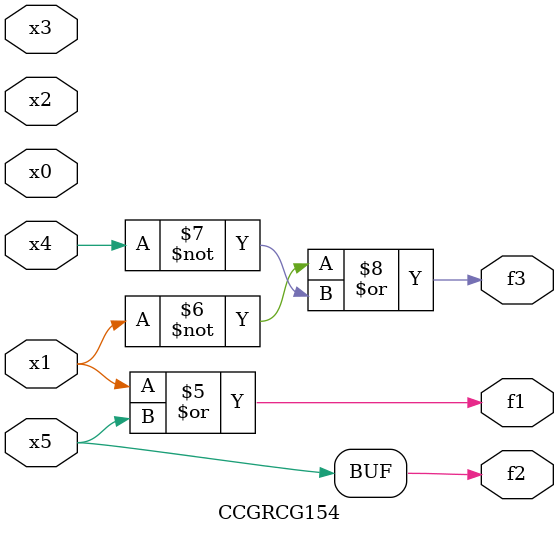
<source format=v>

module CCGRCG154 ( 
    x0, x1, x2, x3, x4, x5,
    f1, f2, f3  );
  input  x0, x1, x2, x3, x4, x5;
  output f1, f2, f3;
  wire new_n10_, new_n11_;
  assign new_n10_ = ~x1;
  assign new_n11_ = ~x5;
  assign f1 = ~new_n10_ | ~new_n11_;
  assign f3 = ~x1 | ~x4;
  assign f2 = x5;
endmodule



</source>
